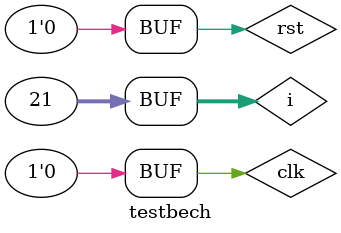
<source format=v>


module testbech();

      reg clk,rst;
      wire ALUSrc,Zero;
      wire [4:0] WriteReg;
      wire [1:0] ALUOperation;
      wire [31:0] Instruction, pc_in, PCNext, ReadData1, ReadData2, WriteDataReg;
 
      integer i;
   
      Mips MIPS(clk, rst, pc_in , PCNext, Instruction, ReadData1, ReadData2,  WriteDataReg,
      WriteReg, Zero, branch, RegDst, RegWrite, MemToReg, ALUSrc, MemRead, MemWrite, ALUOperation);
      
 
    initial begin
   
       rst = 1;
       clk = 0;
       clk = 1;
       
       #50;
       rst = 0;

          
       
       for(i = 0; i <= 20; i = i + 1)
       begin
          
          clk = ~clk;
          #50;
       end
       
   end

endmodule
</source>
